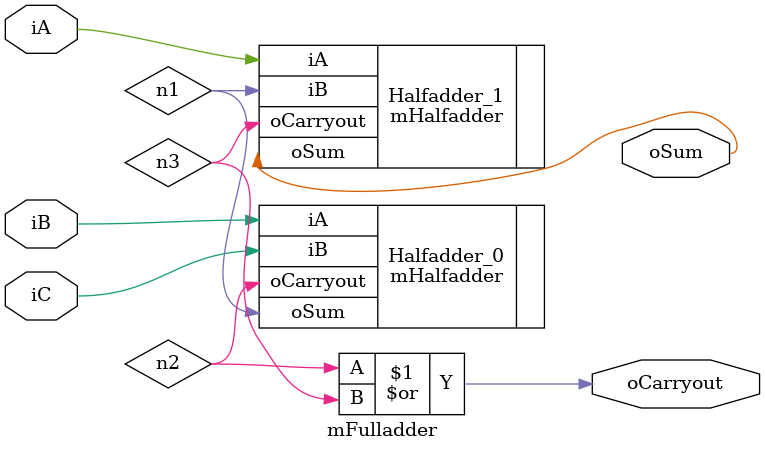
<source format=v>
module mFulladder ( input iA,			 //data input A
						  input iB, 		 //data input B
						  input iC,			 //data input C
						  output oSum,		 //sum out
						  output oCarryout //carry out
						  
						  );
wire n1, n2, n3;

mHalfadder Halfadder_0 (.iA (iB), .iB(iC), .oSum (n1), .oCarryout (n2));
mHalfadder Halfadder_1 (.iA (iA), .iB (n1), .oSum (oSum), .oCarryout (n3));
or OR_0(oCarryout, n2, n3);

endmodule
</source>
